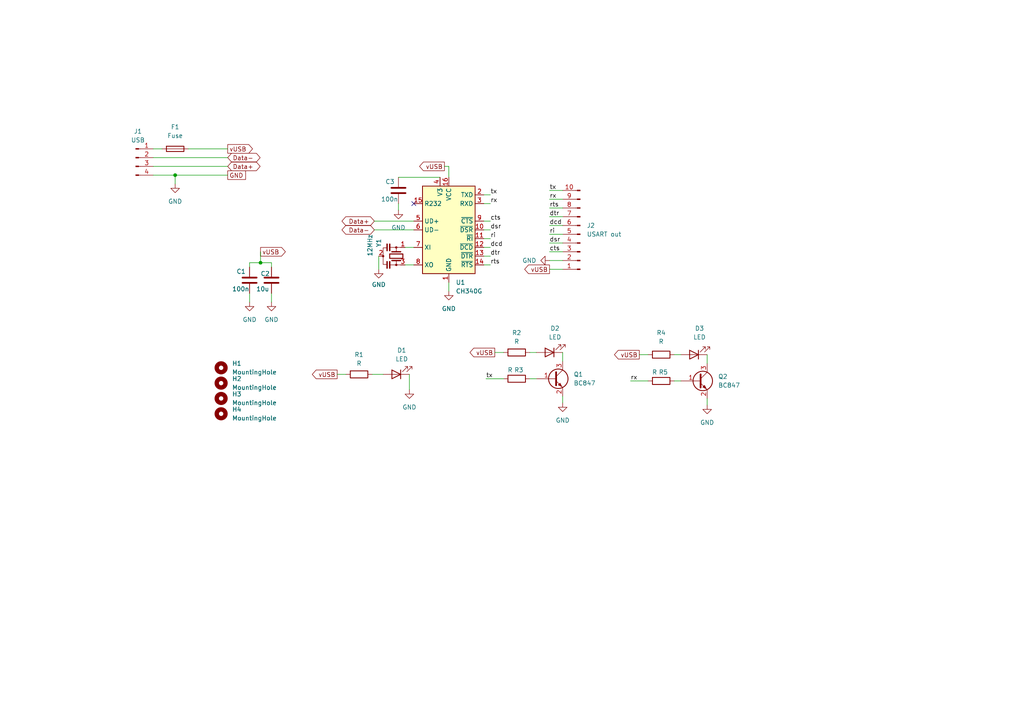
<source format=kicad_sch>
(kicad_sch (version 20211123) (generator eeschema)
  (paper "A4")
  (lib_symbols
    (symbol "Connector:Conn_01x04_Male" (pin_names (offset 1.016) hide)
      (property "Reference" "J" (at 0 5.08 0))
      (property "Value" "Conn_01x04_Male" (at 0 -7.62 0))
      (symbol "Conn_01x04_Male_1_1"
        (polyline (pts (xy 1.27 -5.08) (xy 0.8636 -5.08)) (stroke (width 0.1524)))
        (polyline (pts (xy 1.27 -2.54) (xy 0.8636 -2.54)) (stroke (width 0.1524)))
        (polyline (pts (xy 1.27 0) (xy 0.8636 0)) (stroke (width 0.1524)))
        (polyline (pts (xy 1.27 2.54) (xy 0.8636 2.54)) (stroke (width 0.1524)))
        (rectangle (start 0.8636 -4.953) (end 0 -5.207) (stroke (width 0.1524)) (fill (type outline)))
        (rectangle (start 0.8636 -2.413) (end 0 -2.667) (stroke (width 0.1524)) (fill (type outline)))
        (rectangle (start 0.8636 0.127) (end 0 -0.127) (stroke (width 0.1524)) (fill (type outline)))
        (rectangle (start 0.8636 2.667) (end 0 2.413) (stroke (width 0.1524)) (fill (type outline)))
        (pin passive line (at 5.08 2.54 180) (length 3.81) (name "Pin_1") (number "1"))
        (pin passive line (at 5.08 0 180) (length 3.81) (name "Pin_2") (number "2"))
        (pin passive line (at 5.08 -2.54 180) (length 3.81) (name "Pin_3") (number "3"))
        (pin passive line (at 5.08 -5.08 180) (length 3.81) (name "Pin_4") (number "4"))
      )
    )
    (symbol "Connector:Conn_01x10_Male" (pin_names (offset 1.016) hide)
      (property "Reference" "J" (at 0 12.7 0))
      (property "Value" "Conn_01x10_Male" (at 0 -15.24 0))
      (symbol "Conn_01x10_Male_1_1"
        (polyline (pts (xy 1.27 -12.7) (xy 0.8636 -12.7)) (stroke (width 0.1524)))
        (polyline (pts (xy 1.27 -10.16) (xy 0.8636 -10.16)) (stroke (width 0.1524)))
        (polyline (pts (xy 1.27 -7.62) (xy 0.8636 -7.62)) (stroke (width 0.1524)))
        (polyline (pts (xy 1.27 -5.08) (xy 0.8636 -5.08)) (stroke (width 0.1524)))
        (polyline (pts (xy 1.27 -2.54) (xy 0.8636 -2.54)) (stroke (width 0.1524)))
        (polyline (pts (xy 1.27 0) (xy 0.8636 0)) (stroke (width 0.1524)))
        (polyline (pts (xy 1.27 2.54) (xy 0.8636 2.54)) (stroke (width 0.1524)))
        (polyline (pts (xy 1.27 5.08) (xy 0.8636 5.08)) (stroke (width 0.1524)))
        (polyline (pts (xy 1.27 7.62) (xy 0.8636 7.62)) (stroke (width 0.1524)))
        (polyline (pts (xy 1.27 10.16) (xy 0.8636 10.16)) (stroke (width 0.1524)))
        (rectangle (start 0.8636 -12.573) (end 0 -12.827) (stroke (width 0.1524)) (fill (type outline)))
        (rectangle (start 0.8636 -10.033) (end 0 -10.287) (stroke (width 0.1524)) (fill (type outline)))
        (rectangle (start 0.8636 -7.493) (end 0 -7.747) (stroke (width 0.1524)) (fill (type outline)))
        (rectangle (start 0.8636 -4.953) (end 0 -5.207) (stroke (width 0.1524)) (fill (type outline)))
        (rectangle (start 0.8636 -2.413) (end 0 -2.667) (stroke (width 0.1524)) (fill (type outline)))
        (rectangle (start 0.8636 0.127) (end 0 -0.127) (stroke (width 0.1524)) (fill (type outline)))
        (rectangle (start 0.8636 2.667) (end 0 2.413) (stroke (width 0.1524)) (fill (type outline)))
        (rectangle (start 0.8636 5.207) (end 0 4.953) (stroke (width 0.1524)) (fill (type outline)))
        (rectangle (start 0.8636 7.747) (end 0 7.493) (stroke (width 0.1524)) (fill (type outline)))
        (rectangle (start 0.8636 10.287) (end 0 10.033) (stroke (width 0.1524)) (fill (type outline)))
        (pin passive line (at 5.08 10.16 180) (length 3.81) (name "Pin_1") (number "1"))
        (pin passive line (at 5.08 -12.7 180) (length 3.81) (name "Pin_10") (number "10"))
        (pin passive line (at 5.08 7.62 180) (length 3.81) (name "Pin_2") (number "2"))
        (pin passive line (at 5.08 5.08 180) (length 3.81) (name "Pin_3") (number "3"))
        (pin passive line (at 5.08 2.54 180) (length 3.81) (name "Pin_4") (number "4"))
        (pin passive line (at 5.08 0 180) (length 3.81) (name "Pin_5") (number "5"))
        (pin passive line (at 5.08 -2.54 180) (length 3.81) (name "Pin_6") (number "6"))
        (pin passive line (at 5.08 -5.08 180) (length 3.81) (name "Pin_7") (number "7"))
        (pin passive line (at 5.08 -7.62 180) (length 3.81) (name "Pin_8") (number "8"))
        (pin passive line (at 5.08 -10.16 180) (length 3.81) (name "Pin_9") (number "9"))
      )
    )
    (symbol "Device:C" (pin_numbers hide) (pin_names (offset 0.254))
      (property "Reference" "C" (at 0.635 2.54 0))
      (property "Value" "C" (at 0.635 -2.54 0))
      (symbol "C_0_1"
        (polyline (pts (xy -2.032 -0.762) (xy 2.032 -0.762)) (stroke (width 0.508)))
        (polyline (pts (xy -2.032 0.762) (xy 2.032 0.762)) (stroke (width 0.508)))
      )
      (symbol "C_1_1"
        (pin passive line (at 0 3.81 270) (length 2.794) (name "~") (number "1"))
        (pin passive line (at 0 -3.81 90) (length 2.794) (name "~") (number "2"))
      )
    )
    (symbol "Device:Fuse" (pin_numbers hide) (pin_names (offset 0))
      (property "Reference" "F" (at 2.032 0 90))
      (property "Value" "Fuse" (at -1.905 0 90))
      (symbol "Fuse_0_1"
        (rectangle (start -0.762 -2.54) (end 0.762 2.54) (stroke (width 0.254)))
        (polyline (pts (xy 0 2.54) (xy 0 -2.54)))
      )
      (symbol "Fuse_1_1"
        (pin passive line (at 0 3.81 270) (length 1.27) (name "~") (number "1"))
        (pin passive line (at 0 -3.81 90) (length 1.27) (name "~") (number "2"))
      )
    )
    (symbol "Device:LED" (pin_numbers hide) (pin_names (offset 1.016) hide)
      (property "Reference" "D" (at 0 2.54 0))
      (property "Value" "LED" (at 0 -2.54 0))
      (symbol "LED_0_1"
        (polyline (pts (xy -1.27 -1.27) (xy -1.27 1.27)) (stroke (width 0.254)))
        (polyline (pts (xy -1.27 0) (xy 1.27 0)))
        (polyline (pts (xy 1.27 -1.27) (xy 1.27 1.27) (xy -1.27 0) (xy 1.27 -1.27)) (stroke (width 0.254)))
        (polyline (pts (xy -3.048 -0.762) (xy -4.572 -2.286) (xy -3.81 -2.286) (xy -4.572 -2.286) (xy -4.572 -1.524)))
        (polyline (pts (xy -1.778 -0.762) (xy -3.302 -2.286) (xy -2.54 -2.286) (xy -3.302 -2.286) (xy -3.302 -1.524)))
      )
      (symbol "LED_1_1"
        (pin passive line (at -3.81 0 0) (length 2.54) (name "K") (number "1"))
        (pin passive line (at 3.81 0 180) (length 2.54) (name "A") (number "2"))
      )
    )
    (symbol "Device:R" (pin_numbers hide) (pin_names (offset 0))
      (property "Reference" "R" (at 2.032 0 90))
      (property "Value" "R" (at 0 0 90))
      (symbol "R_0_1"
        (rectangle (start -1.016 -2.54) (end 1.016 2.54) (stroke (width 0.254)))
      )
      (symbol "R_1_1"
        (pin passive line (at 0 3.81 270) (length 1.27) (name "~") (number "1"))
        (pin passive line (at 0 -3.81 90) (length 1.27) (name "~") (number "2"))
      )
    )
    (symbol "Device:Resonator_Small" (pin_names (offset 1.016) hide)
      (property "Reference" "Y" (at 3.175 1.905 0))
      (property "Value" "Resonator_Small" (at 3.175 0 0))
      (symbol "Resonator_Small_0_1"
        (rectangle (start -3.556 -2.54) (end -1.524 -2.794) (fill (type outline)))
        (rectangle (start -3.556 -1.778) (end -1.524 -2.032) (fill (type outline)))
        (circle (center -2.54 0) (radius 0.254) (fill (type outline)))
        (rectangle (start -0.635 1.905) (end 0.635 -1.905) (stroke (width 0.3048)))
        (circle (center 0 -3.81) (radius 0.254) (fill (type outline)))
        (polyline (pts (xy -2.54 -1.778) (xy -2.54 0)))
        (polyline (pts (xy -2.54 0) (xy -1.397 0)))
        (polyline (pts (xy -2.54 1.27) (xy -2.54 0)))
        (polyline (pts (xy -1.27 -1.27) (xy -1.27 1.27)) (stroke (width 0.381)))
        (polyline (pts (xy 1.27 -1.27) (xy 1.27 1.27)) (stroke (width 0.381)))
        (polyline (pts (xy 1.27 0) (xy 2.54 0)))
        (polyline (pts (xy 2.54 0) (xy 2.54 -1.778)))
        (polyline (pts (xy 2.54 1.27) (xy 2.54 0)))
        (polyline (pts (xy 2.413 -2.794) (xy 2.413 -3.81) (xy -2.413 -3.81) (xy -2.413 -2.667)))
        (rectangle (start 1.524 -2.54) (end 3.556 -2.794) (fill (type outline)))
        (rectangle (start 1.524 -1.778) (end 3.556 -2.032) (fill (type outline)))
        (circle (center 2.54 0) (radius 0.254) (fill (type outline)))
      )
      (symbol "Resonator_Small_1_1"
        (pin passive line (at -2.54 2.54 270) (length 1.27) (name "1") (number "1"))
        (pin passive line (at 0 -5.08 90) (length 1.27) (name "2") (number "2"))
        (pin passive line (at 2.54 2.54 270) (length 1.27) (name "3") (number "3"))
      )
    )
    (symbol "Interface_USB:CH340G"
      (property "Reference" "U" (at -5.08 13.97 0))
      (property "Value" "CH340G" (at 1.27 13.97 0))
      (symbol "CH340G_0_1"
        (rectangle (start -7.62 12.7) (end 7.62 -12.7) (stroke (width 0.254)) (fill (type background)))
      )
      (symbol "CH340G_1_1"
        (pin power_in line (at 0 -15.24 90) (length 2.54) (name "GND") (number "1"))
        (pin input line (at 10.16 0 180) (length 2.54) (name "~{DSR}") (number "10"))
        (pin input line (at 10.16 -2.54 180) (length 2.54) (name "~{RI}") (number "11"))
        (pin input line (at 10.16 -5.08 180) (length 2.54) (name "~{DCD}") (number "12"))
        (pin output line (at 10.16 -7.62 180) (length 2.54) (name "~{DTR}") (number "13"))
        (pin output line (at 10.16 -10.16 180) (length 2.54) (name "~{RTS}") (number "14"))
        (pin input line (at -10.16 7.62 0) (length 2.54) (name "R232") (number "15"))
        (pin power_in line (at 0 15.24 270) (length 2.54) (name "VCC") (number "16"))
        (pin output line (at 10.16 10.16 180) (length 2.54) (name "TXD") (number "2"))
        (pin input line (at 10.16 7.62 180) (length 2.54) (name "RXD") (number "3"))
        (pin passive line (at -2.54 15.24 270) (length 2.54) (name "V3") (number "4"))
        (pin bidirectional line (at -10.16 2.54 0) (length 2.54) (name "UD+") (number "5"))
        (pin bidirectional line (at -10.16 0 0) (length 2.54) (name "UD-") (number "6"))
        (pin input line (at -10.16 -5.08 0) (length 2.54) (name "XI") (number "7"))
        (pin output line (at -10.16 -10.16 0) (length 2.54) (name "XO") (number "8"))
        (pin input line (at 10.16 2.54 180) (length 2.54) (name "~{CTS}") (number "9"))
      )
    )
    (symbol "Mechanical:MountingHole" (pin_names (offset 1.016))
      (property "Reference" "H" (at 0 5.08 0))
      (property "Value" "MountingHole" (at 0 3.175 0))
      (symbol "MountingHole_0_1"
        (circle (center 0 0) (radius 1.27) (stroke (width 1.27)))
      )
    )
    (symbol "Transistor_BJT:BC847" (pin_names (offset 0) hide)
      (property "Reference" "Q" (at 5.08 1.905 0))
      (property "Value" "BC847" (at 5.08 0 0))
      (symbol "BC847_0_1"
        (polyline (pts (xy 0.635 0.635) (xy 2.54 2.54)))
        (polyline (pts (xy 0.635 -0.635) (xy 2.54 -2.54) (xy 2.54 -2.54)))
        (polyline (pts (xy 0.635 1.905) (xy 0.635 -1.905) (xy 0.635 -1.905)) (stroke (width 0.508)))
        (polyline (pts (xy 1.27 -1.778) (xy 1.778 -1.27) (xy 2.286 -2.286) (xy 1.27 -1.778) (xy 1.27 -1.778)) (fill (type outline)))
        (circle (center 1.27 0) (radius 2.8194) (stroke (width 0.254)))
      )
      (symbol "BC847_1_1"
        (pin input line (at -5.08 0 0) (length 5.715) (name "B") (number "1"))
        (pin passive line (at 2.54 -5.08 90) (length 2.54) (name "E") (number "2"))
        (pin passive line (at 2.54 5.08 270) (length 2.54) (name "C") (number "3"))
      )
    )
    (symbol "power:GND" (power) (pin_names (offset 0))
      (property "Value" "GND" (at 0 -3.81 0))
      (symbol "GND_0_1"
        (polyline (pts (xy 0 0) (xy 0 -1.27) (xy 1.27 -1.27) (xy 0 -2.54) (xy -1.27 -1.27) (xy 0 -1.27)))
      )
      (symbol "GND_1_1"
        (pin power_in line (at 0 0 270) (length 0) hide (name "GND") (number "1"))
      )
    )
  )
  (junction (at 50.8 50.8))
  (junction (at 75.565 76.2))
  (no_connect (at 120.015 59.055))
  (wire (pts (xy 159.385 70.485) (xy 163.195 70.485)))
  (wire (pts (xy 117.475 71.755) (xy 120.015 71.755)))
  (wire (pts (xy 107.95 108.585) (xy 111.125 108.585)))
  (wire (pts (xy 118.745 108.585) (xy 118.745 113.03)))
  (wire (pts (xy 195.58 110.49) (xy 197.485 110.49)))
  (wire (pts (xy 54.61 43.18) (xy 66.04 43.18)))
  (wire (pts (xy 205.105 102.87) (xy 205.105 105.41)))
  (wire (pts (xy 140.335 74.295) (xy 142.24 74.295)))
  (wire (pts (xy 185.42 102.87) (xy 187.96 102.87)))
  (wire (pts (xy 108.585 64.135) (xy 120.015 64.135)))
  (wire (pts (xy 78.74 76.2) (xy 78.74 77.47)))
  (wire (pts (xy 159.385 57.785) (xy 163.195 57.785)))
  (wire (pts (xy 159.385 75.565) (xy 163.195 75.565)))
  (wire (pts (xy 140.335 76.835) (xy 142.24 76.835)))
  (wire (pts (xy 140.335 69.215) (xy 142.24 69.215)))
  (wire (pts (xy 44.45 45.72) (xy 66.04 45.72)))
  (wire (pts (xy 159.385 65.405) (xy 163.195 65.405)))
  (wire (pts (xy 163.195 114.935) (xy 163.195 116.84)))
  (wire (pts (xy 128.905 48.26) (xy 130.175 48.26)))
  (wire (pts (xy 44.45 50.8) (xy 50.8 50.8)))
  (wire (pts (xy 50.8 50.8) (xy 66.04 50.8)))
  (wire (pts (xy 143.51 102.235) (xy 146.05 102.235)))
  (wire (pts (xy 72.39 85.09) (xy 72.39 87.63)))
  (wire (pts (xy 115.57 59.055) (xy 115.57 60.96)))
  (wire (pts (xy 72.39 77.47) (xy 72.39 76.2)))
  (wire (pts (xy 75.565 76.2) (xy 78.74 76.2)))
  (wire (pts (xy 205.105 115.57) (xy 205.105 117.475)))
  (wire (pts (xy 78.74 85.09) (xy 78.74 87.63)))
  (wire (pts (xy 97.79 108.585) (xy 100.33 108.585)))
  (wire (pts (xy 140.335 64.135) (xy 142.24 64.135)))
  (wire (pts (xy 159.385 78.105) (xy 163.195 78.105)))
  (wire (pts (xy 44.45 43.18) (xy 46.99 43.18)))
  (wire (pts (xy 153.67 109.855) (xy 155.575 109.855)))
  (wire (pts (xy 159.385 73.025) (xy 163.195 73.025)))
  (wire (pts (xy 130.175 81.915) (xy 130.175 84.455)))
  (wire (pts (xy 50.8 50.8) (xy 50.8 53.34)))
  (wire (pts (xy 159.385 62.865) (xy 163.195 62.865)))
  (wire (pts (xy 109.855 74.295) (xy 109.855 78.105)))
  (wire (pts (xy 182.88 110.49) (xy 187.96 110.49)))
  (wire (pts (xy 159.385 55.245) (xy 163.195 55.245)))
  (wire (pts (xy 75.565 73.025) (xy 75.565 76.2)))
  (wire (pts (xy 115.57 51.435) (xy 127.635 51.435)))
  (wire (pts (xy 117.475 76.835) (xy 120.015 76.835)))
  (wire (pts (xy 140.335 56.515) (xy 142.24 56.515)))
  (wire (pts (xy 159.385 67.945) (xy 163.195 67.945)))
  (wire (pts (xy 44.45 48.26) (xy 66.04 48.26)))
  (wire (pts (xy 130.175 48.26) (xy 130.175 51.435)))
  (wire (pts (xy 159.385 60.325) (xy 163.195 60.325)))
  (wire (pts (xy 140.335 66.675) (xy 142.24 66.675)))
  (wire (pts (xy 72.39 76.2) (xy 75.565 76.2)))
  (wire (pts (xy 140.335 59.055) (xy 142.24 59.055)))
  (wire (pts (xy 153.67 102.235) (xy 155.575 102.235)))
  (wire (pts (xy 108.585 66.675) (xy 120.015 66.675)))
  (wire (pts (xy 140.97 109.855) (xy 146.05 109.855)))
  (wire (pts (xy 140.335 71.755) (xy 142.24 71.755)))
  (wire (pts (xy 195.58 102.87) (xy 197.485 102.87)))
  (wire (pts (xy 163.195 102.235) (xy 163.195 104.775)))
  (label "dcd" (at 142.24 71.755 0))
  (label "tx" (at 159.385 55.245 0))
  (label "dtr" (at 142.24 74.295 0))
  (label "ri" (at 159.385 67.945 0))
  (label "rts" (at 159.385 60.325 0))
  (label "dsr" (at 159.385 70.485 0))
  (label "tx" (at 142.24 56.515 0))
  (label "rx" (at 159.385 57.785 0))
  (label "tx" (at 140.97 109.855 0))
  (label "dtr" (at 159.385 62.865 0))
  (label "dsr" (at 142.24 66.675 0))
  (label "cts" (at 159.385 73.025 0))
  (label "cts" (at 142.24 64.135 0))
  (label "ri" (at 142.24 69.215 0))
  (label "rx" (at 142.24 59.055 0))
  (label "dcd" (at 159.385 65.405 0))
  (label "rts" (at 142.24 76.835 0))
  (label "rx" (at 182.88 110.49 0))
  (global_label "Data+" (shape bidirectional) (at 66.04 48.26 0) (property "Intersheet References" "${INTERSHEET_REFS}" (effects hide)))
  (global_label "Data-" (shape bidirectional) (at 66.04 45.72 0) (property "Intersheet References" "${INTERSHEET_REFS}" (effects hide)))
  (global_label "vUSB" (shape output) (at 97.79 108.585 180) (property "Intersheet References" "${INTERSHEET_REFS}" (effects hide)))
  (global_label "vUSB" (shape output) (at 128.905 48.26 180) (property "Intersheet References" "${INTERSHEET_REFS}" (effects hide)))
  (global_label "GND" (shape passive) (at 66.04 50.8 0) (property "Intersheet References" "${INTERSHEET_REFS}" (effects hide)))
  (global_label "vUSB" (shape output) (at 75.565 73.025 0) (property "Intersheet References" "${INTERSHEET_REFS}" (effects hide)))
  (global_label "vUSB" (shape output) (at 185.42 102.87 180) (property "Intersheet References" "${INTERSHEET_REFS}" (effects hide)))
  (global_label "Data-" (shape bidirectional) (at 108.585 66.675 180) (property "Intersheet References" "${INTERSHEET_REFS}" (effects hide)))
  (global_label "vUSB" (shape output) (at 66.04 43.18 0) (property "Intersheet References" "${INTERSHEET_REFS}" (effects hide)))
  (global_label "vUSB" (shape output) (at 143.51 102.235 180) (property "Intersheet References" "${INTERSHEET_REFS}" (effects hide)))
  (global_label "vUSB" (shape output) (at 159.385 78.105 180) (property "Intersheet References" "${INTERSHEET_REFS}" (effects hide)))
  (global_label "Data+" (shape bidirectional) (at 108.585 64.135 180) (property "Intersheet References" "${INTERSHEET_REFS}" (effects hide)))
  (symbol (lib_id "Mechanical:MountingHole") (at 64.135 115.57 0) (unit 1)
    (property "Reference" "H3" (at 67.31 114.2999 0) (effects (justify left)))
    (property "Value" "MountingHole" (at 67.31 116.8399 0) (effects (justify left)))
    (property "Footprint" "MountingHole:MountingHole_3mm_Pad_TopOnly" (effects hide))
  )
  (symbol (lib_id "power:GND") (at 72.39 87.63 0) (unit 1)
    (property "Reference" "#PWR02" (effects hide))
    (property "Value" "GND" (at 72.39 92.71 0))
  )
  (symbol (lib_id "power:GND") (at 78.74 87.63 0) (unit 1)
    (property "Reference" "#PWR03" (effects hide))
    (property "Value" "GND" (at 78.74 92.71 0))
  )
  (symbol (lib_id "Device:LED") (at 201.295 102.87 180) (unit 1)
    (property "Reference" "D3" (at 202.8825 95.25 0))
    (property "Value" "LED" (at 202.8825 97.79 0))
    (property "Footprint" "LED_SMD:LED_0805_2012Metric_Pad1.15x1.40mm_HandSolder" (effects hide))
  )
  (symbol (lib_id "Device:C") (at 115.57 55.245 0) (unit 1)
    (property "Reference" "C3" (at 111.76 52.705 0) (effects (justify left)))
    (property "Value" "100n" (at 110.49 57.785 0) (effects (justify left)))
    (property "Footprint" "Capacitor_SMD:C_1206_3216Metric_Pad1.33x1.80mm_HandSolder" (effects hide))
  )
  (symbol (lib_id "power:GND") (at 118.745 113.03 0) (unit 1)
    (property "Reference" "#PWR06" (effects hide))
    (property "Value" "GND" (at 118.745 118.11 0))
  )
  (symbol (lib_id "Device:R") (at 149.86 102.235 270) (unit 1)
    (property "Reference" "R2" (at 149.86 96.52 90))
    (property "Value" "R" (at 149.86 99.06 90))
    (property "Footprint" "Resistor_SMD:R_1206_3216Metric_Pad1.30x1.75mm_HandSolder" (effects hide))
  )
  (symbol (lib_id "Device:Resonator_Small") (at 114.935 74.295 270) (unit 1)
    (property "Reference" "Y1" (at 109.855 69.215 0) (effects (justify left)))
    (property "Value" "12MHz" (at 107.315 67.945 0) (effects (justify left)))
    (property "Footprint" "Crystal:Resonator_SMD_Murata_CSTxExxV-3Pin_3.0x1.1mm_HandSoldering" (effects hide))
  )
  (symbol (lib_id "Transistor_BJT:BC847") (at 160.655 109.855 0) (unit 1)
    (property "Reference" "Q1" (at 166.37 108.5849 0) (effects (justify left)))
    (property "Value" "BC847" (at 166.37 111.1249 0) (effects (justify left)))
    (property "Footprint" "Package_TO_SOT_SMD:SOT-23" (effects hide))
    (property "Datasheet" "http://www.infineon.com/dgdl/Infineon-BC847SERIES_BC848SERIES_BC849SERIES_BC850SERIES-DS-v01_01-en.pdf?fileId=db3a304314dca389011541d4630a1657" (effects hide))
  )
  (symbol (lib_id "Device:C") (at 72.39 81.28 0) (unit 1)
    (property "Reference" "C1" (at 68.58 78.74 0) (effects (justify left)))
    (property "Value" "100n" (at 67.31 83.82 0) (effects (justify left)))
    (property "Footprint" "Capacitor_SMD:C_1206_3216Metric_Pad1.33x1.80mm_HandSolder" (effects hide))
  )
  (symbol (lib_id "power:GND") (at 130.175 84.455 0) (unit 1)
    (property "Reference" "#PWR07" (effects hide))
    (property "Value" "GND" (at 130.175 89.535 0))
  )
  (symbol (lib_id "Device:LED") (at 159.385 102.235 180) (unit 1)
    (property "Reference" "D2" (at 160.9725 95.25 0))
    (property "Value" "LED" (at 160.9725 97.79 0))
    (property "Footprint" "LED_SMD:LED_0805_2012Metric_Pad1.15x1.40mm_HandSolder" (effects hide))
  )
  (symbol (lib_id "power:GND") (at 205.105 117.475 0) (unit 1)
    (property "Reference" "#PWR010" (effects hide))
    (property "Value" "GND" (at 205.105 122.555 0))
  )
  (symbol (lib_id "Device:Fuse") (at 50.8 43.18 90) (unit 1)
    (property "Reference" "F1" (at 50.8 36.83 90))
    (property "Value" "Fuse" (at 50.8 39.37 90))
    (property "Footprint" "Fuse:Fuse_1812_4532Metric_Pad1.30x3.40mm_HandSolder" (effects hide))
  )
  (symbol (lib_id "Device:LED") (at 114.935 108.585 180) (unit 1)
    (property "Reference" "D1" (at 116.5225 101.6 0))
    (property "Value" "LED" (at 116.5225 104.14 0))
    (property "Footprint" "LED_SMD:LED_0805_2012Metric_Pad1.15x1.40mm_HandSolder" (effects hide))
  )
  (symbol (lib_id "Connector:Conn_01x04_Male") (at 39.37 45.72 0) (unit 1)
    (property "Reference" "J1" (at 40.005 38.1 0))
    (property "Value" "USB" (at 40.005 40.64 0))
    (property "Footprint" "Connector_PinHeader_2.54mm:PinHeader_1x04_P2.54mm_Horizontal" (effects hide))
  )
  (symbol (lib_id "Device:R") (at 149.86 109.855 90) (unit 1)
    (property "Reference" "R3" (at 150.495 107.315 90))
    (property "Value" "R" (at 147.955 107.315 90))
    (property "Footprint" "Resistor_SMD:R_1206_3216Metric_Pad1.30x1.75mm_HandSolder" (effects hide))
  )
  (symbol (lib_id "Mechanical:MountingHole") (at 64.135 120.015 0) (unit 1)
    (property "Reference" "H4" (at 67.31 118.7449 0) (effects (justify left)))
    (property "Value" "MountingHole" (at 67.31 121.2849 0) (effects (justify left)))
    (property "Footprint" "MountingHole:MountingHole_3mm_Pad_TopOnly" (effects hide))
  )
  (symbol (lib_id "power:GND") (at 159.385 75.565 270) (unit 1)
    (property "Reference" "#PWR08" (effects hide))
    (property "Value" "GND" (at 155.575 75.5649 90) (effects (justify right)))
  )
  (symbol (lib_id "power:GND") (at 115.57 60.96 0) (unit 1)
    (property "Reference" "#PWR05" (effects hide))
    (property "Value" "GND" (at 115.57 66.04 0))
  )
  (symbol (lib_id "Device:C") (at 78.74 81.28 0) (unit 1)
    (property "Reference" "C2" (at 75.565 79.375 0) (effects (justify left)))
    (property "Value" "10u" (at 74.295 83.82 0) (effects (justify left)))
    (property "Footprint" "Capacitor_SMD:C_1206_3216Metric_Pad1.33x1.80mm_HandSolder" (effects hide))
  )
  (symbol (lib_id "Device:R") (at 191.77 102.87 270) (unit 1)
    (property "Reference" "R4" (at 191.77 96.52 90))
    (property "Value" "R" (at 191.77 99.06 90))
    (property "Footprint" "Resistor_SMD:R_1206_3216Metric_Pad1.30x1.75mm_HandSolder" (effects hide))
  )
  (symbol (lib_id "Connector:Conn_01x10_Male") (at 168.275 67.945 180) (unit 1)
    (property "Reference" "J2" (at 170.18 65.4049 0) (effects (justify right)))
    (property "Value" "USART out" (at 170.18 67.9449 0) (effects (justify right)))
    (property "Footprint" "Connector_PinSocket_2.54mm:PinSocket_1x10_P2.54mm_Horizontal" (effects hide))
  )
  (symbol (lib_id "power:GND") (at 109.855 78.105 0) (unit 1)
    (property "Reference" "#PWR04" (effects hide))
    (property "Value" "GND" (at 109.855 82.55 0))
  )
  (symbol (lib_id "Mechanical:MountingHole") (at 64.135 106.68 0) (unit 1)
    (property "Reference" "H1" (at 67.31 105.4099 0) (effects (justify left)))
    (property "Value" "MountingHole" (at 67.31 107.9499 0) (effects (justify left)))
    (property "Footprint" "MountingHole:MountingHole_3mm_Pad_TopOnly" (effects hide))
  )
  (symbol (lib_id "Transistor_BJT:BC847") (at 202.565 110.49 0) (unit 1)
    (property "Reference" "Q2" (at 208.28 109.2199 0) (effects (justify left)))
    (property "Value" "BC847" (at 208.28 111.7599 0) (effects (justify left)))
    (property "Footprint" "Package_TO_SOT_SMD:SOT-23" (effects hide))
    (property "Datasheet" "http://www.infineon.com/dgdl/Infineon-BC847SERIES_BC848SERIES_BC849SERIES_BC850SERIES-DS-v01_01-en.pdf?fileId=db3a304314dca389011541d4630a1657" (effects hide))
  )
  (symbol (lib_id "power:GND") (at 163.195 116.84 0) (unit 1)
    (property "Reference" "#PWR09" (effects hide))
    (property "Value" "GND" (at 163.195 121.92 0))
  )
  (symbol (lib_id "Device:R") (at 104.14 108.585 90) (unit 1)
    (property "Reference" "R1" (at 104.14 102.87 90))
    (property "Value" "R" (at 104.14 105.41 90))
    (property "Footprint" "Resistor_SMD:R_1206_3216Metric_Pad1.30x1.75mm_HandSolder" (effects hide))
  )
  (symbol (lib_id "Interface_USB:CH340G") (at 130.175 66.675 0) (unit 1)
    (property "Reference" "U1" (at 132.1944 81.915 0) (effects (justify left)))
    (property "Value" "CH340G" (at 132.1944 84.455 0) (effects (justify left)))
    (property "Footprint" "Package_SO:SOP-16_3.9x9.9mm_P1.27mm" (effects hide))
    (property "Datasheet" "http://www.datasheet5.com/pdf-local-2195953" (effects hide))
  )
  (symbol (lib_id "Mechanical:MountingHole") (at 64.135 111.125 0) (unit 1)
    (property "Reference" "H2" (at 67.31 109.8549 0) (effects (justify left)))
    (property "Value" "MountingHole" (at 67.31 112.3949 0) (effects (justify left)))
    (property "Footprint" "MountingHole:MountingHole_3mm_Pad_TopOnly" (effects hide))
  )
  (symbol (lib_id "power:GND") (at 50.8 53.34 0) (unit 1)
    (property "Reference" "#PWR01" (effects hide))
    (property "Value" "GND" (at 50.8 58.42 0))
  )
  (symbol (lib_id "Device:R") (at 191.77 110.49 90) (unit 1)
    (property "Reference" "R5" (at 192.405 107.95 90))
    (property "Value" "R" (at 189.865 107.95 90))
    (property "Footprint" "Resistor_SMD:R_1206_3216Metric_Pad1.30x1.75mm_HandSolder" (effects hide))
  )
)
</source>
